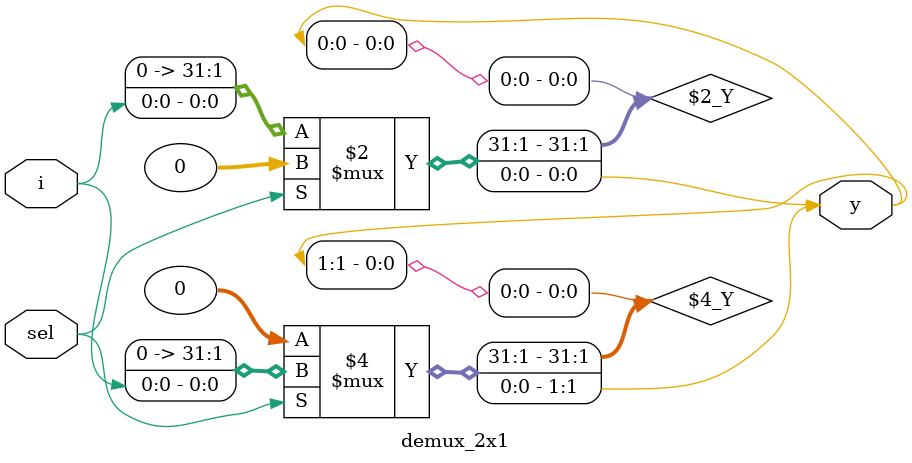
<source format=v>
module demux_2x1(input i,sel,output [1:0]y );

assign y[0]=sel?0:i;
assign y[1]=sel?i:0;

endmodule


</source>
